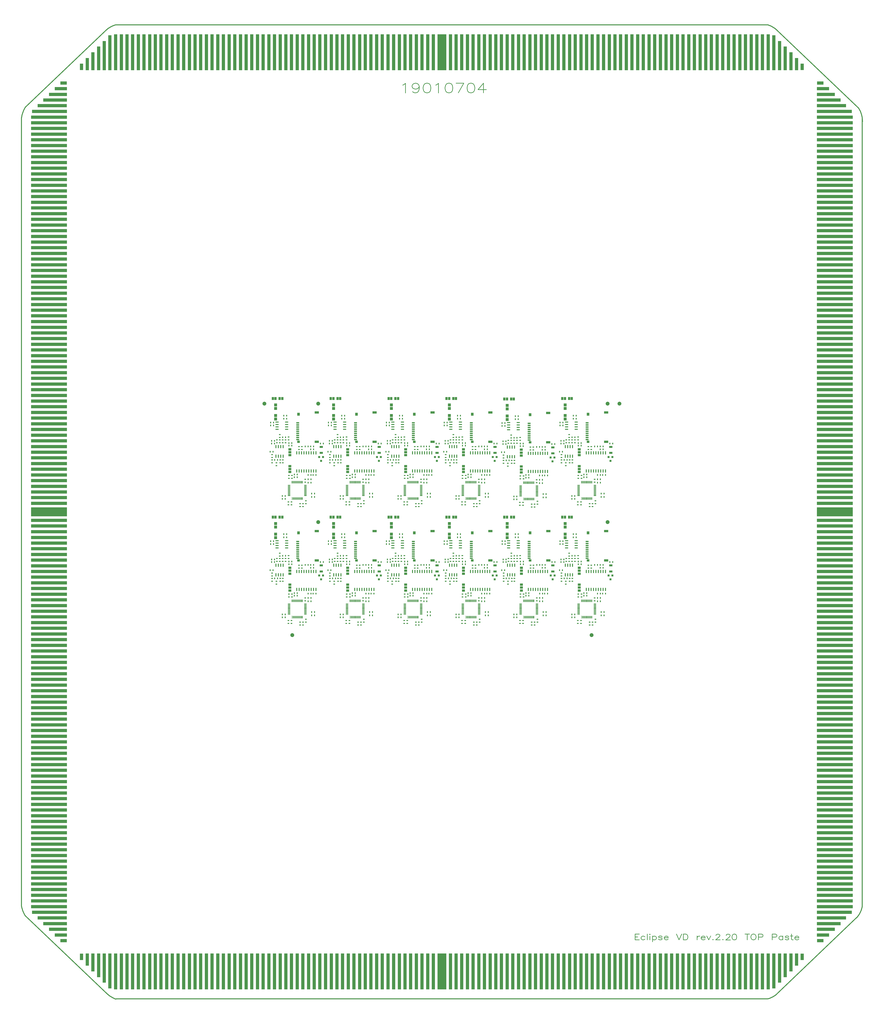
<source format=gbr>
G04 CAM Products 2000  RS274-X Output*
G04 Serial Number: 0000-00-00000*
G04 File Name:19010704_Eclipse_VD_R220_TOP_Paste.GBR *
%FSLAX34Y34*%
%MOIN*%
%SFA1B1*%

%IPPOS*%
%ADD10C,0.010000*%
%ADD11R,0.060000X0.175000*%
%ADD12O,0.060000X0.012000*%
%ADD13O,0.012000X0.060000*%
%ADD14O,0.024000X0.070000*%
%ADD15R,0.023000X0.035000*%
%ADD16R,0.040000X0.040000*%
%ADD17R,0.070000X0.040000*%
%ADD18R,0.012000X0.060000*%
%ADD19R,0.035000X0.023000*%
%ADD20O,0.070000X0.024000*%
%ADD21R,0.070000X0.024000*%
%ADD22C,0.080000*%
%ADD23R,0.024000X0.070000*%
%ADD24R,0.063000X0.137800*%
%ADD25R,0.102300X0.063000*%
%ADD26R,0.063000X0.027500*%
%ADD27R,0.055100X0.047200*%
%ADD28R,0.055100X0.063000*%
%ADD29R,0.086600X0.047200*%
%ADD30C,0.020000*%
%ADD31C,0.030000*%
%ADD32C,0.012000*%
%ADD33C,0.014000*%
%ADD35C,0.060000*%
%ADD36R,0.060000X0.060000*%
%ADD37R,0.060000X0.060000*%
%ADD38C,0.040000*%
%ADD39C,0.032000*%
%ADD40C,0.035000*%
%ADD42C,0.006000*%
%ADD45R,0.059000X0.061400*%
%ADD49O,0.056000X0.008000*%
%ADD50R,0.019000X0.031000*%
%ADD52O,0.059000X0.011000*%
%ADD53R,0.043700X0.059000*%
%ADD54O,0.011000X0.059000*%
%ADD55O,0.023000X0.069000*%
%ADD56R,0.022000X0.034000*%
%ADD57R,0.039000X0.039000*%
%ADD59R,0.069000X0.039000*%
%ADD64R,0.068000X0.183000*%
%ADD65O,0.068000X0.020000*%
%ADD66O,0.020000X0.068000*%
%ADD67O,0.032000X0.078000*%
%ADD68R,0.031000X0.043000*%
%ADD69R,0.048000X0.048000*%
%ADD70R,0.078000X0.048000*%
%ADD71R,0.020000X0.068000*%
%ADD72R,0.043000X0.031000*%
%ADD73O,0.078000X0.032000*%
%ADD74R,0.078000X0.032000*%
%ADD75C,0.160000*%
%ADD76R,0.032000X0.078000*%
%ADD77R,0.071000X0.145800*%
%ADD78R,0.110300X0.071000*%
%ADD79R,0.071000X0.035500*%
%ADD80R,0.063100X0.055200*%
%ADD81R,0.063100X0.071000*%
%ADD82R,0.094600X0.055200*%
%ADD83C,0.068000*%
%ADD84R,0.068000X0.068000*%
%ADD85R,0.068000X0.068000*%
%ADD86R,0.031000X0.019000*%
%ADD87O,0.020000X0.066000*%
%ADD88R,0.020000X0.066000*%
%ADD89O,0.008000X0.056000*%
%ADD90C,0.076000*%
%ADD91O,0.066000X0.020000*%
%ADD92R,0.011000X0.059000*%
%ADD93R,0.066000X0.020000*%
%ADD94R,0.066000X0.036000*%
%ADD95R,0.008000X0.056000*%
%ADD96R,0.036000X0.036000*%
%ADD97R,0.055100X0.027500*%
%ADD98R,0.070800X0.047200*%
%ADD99R,0.043200X0.066900*%
%ADD100R,0.034000X0.022000*%
%ADD101O,0.069000X0.023000*%
%ADD102R,0.069000X0.023000*%
%ADD103R,0.023000X0.069000*%
%ADD106R,0.062000X0.026500*%
%ADD107R,0.054100X0.046200*%
%ADD108R,0.054100X0.062000*%
%ADD109R,0.085600X0.046200*%
%ADD115R,0.062000X0.063400*%
%ADD117R,0.045600X0.062000*%
%ADD118R,0.059000X0.051300*%
%ADD246R,0.057000X0.050000*%
%ADD359R,0.138000X0.067000*%
%ADD360R,0.748000X0.067000*%
%ADD361R,0.256000X0.067000*%
%ADD362R,0.374000X0.067000*%
%ADD363R,0.492000X0.067000*%
%ADD364R,0.610000X0.067000*%
%ADD365R,0.728000X0.067000*%
%ADD366R,0.067000X0.748000*%
%ADD367R,0.067000X0.256000*%
%ADD368R,0.067000X0.138000*%
%ADD369R,0.067000X0.374000*%
%ADD370R,0.067000X0.492000*%
%ADD371R,0.067000X0.610000*%
%ADD372R,0.067000X0.728000*%
%LN19010704_Eclipse_VD_R220_TOP_Paste-1*%
%LPD*%
G54D30*
X-86740Y-83970D02*
X-69810Y-100110D01*
X-69740Y-100180*
X-69660Y-100250*
X-69580Y-100320*
X-69510Y-100380*
X-69430Y-100450*
X-69350Y-100510*
X-69270Y-100570*
X-69190Y-100630*
X-69100Y-100690*
X-69020Y-100740*
X-68940Y-100800*
X-68850Y-100850*
X-68760Y-100900*
X-68680Y-100950*
X-68590Y-101000*
X-68500Y-101050*
X-68410Y-101090*
X-68320Y-101140*
X-68230Y-101180*
X-68140Y-101220*
X-68040Y-101260*
X-67950Y-101300*
X-67850Y-101330*
X-67820Y-101280D02*
X67810D01*
X67910Y-101250*
X68000Y-101220*
X68100Y-101190*
X68190Y-101160*
X68280Y-101130*
X68370Y-101090*
X68460Y-101050*
X68550Y-101010*
X68640Y-100970*
X68730Y-100930*
X68820Y-100880*
X68910Y-100830*
X68990Y-100790*
X69080Y-100740*
X69160Y-100680*
X69240Y-100630*
X69320Y-100580*
X69410Y-100520*
X86330Y-84380*
X86370Y-84360D02*
X86430Y-84290D01*
X86490Y-84210*
X86550Y-84130*
X86610Y-84050*
X86670Y-83980*
X86730Y-83890*
X86780Y-83810*
X86840Y-83730*
X86890Y-83650*
X86940Y-83560*
X86990Y-83470*
X87030Y-83390*
X87080Y-83300*
X87120Y-83210*
X87160Y-83120*
X87200Y-83030*
X87240Y-82940*
X87270Y-82850*
X87300Y-82750*
X87340Y-82660*
X87360Y-82570*
X87390Y-82470*
X87420Y-82380*
X87440Y-82280*
X87460Y-82180*
X87480Y-82090*
X87500Y-81990*
Y81990*
X87470D02*
X87460Y82090D01*
X87440Y82190*
X87420Y82280*
X87400Y82380*
X87370Y82480*
X87350Y82580*
X87320Y82680*
X87290Y82770*
X87250Y82870*
X87220Y82960*
X87180Y83060*
X87150Y83150*
X87110Y83250*
X87070Y83340*
X87020Y83430*
X86980Y83520*
X86930Y83610*
X86880Y83700*
X86830Y83790*
X86780Y83870*
X86730Y83960*
X69800Y100100*
X69730Y100170*
X69650Y100240*
X69570Y100300*
X69490Y100370*
X69420Y100430*
X69340Y100490*
X69250Y100550*
X69170Y100610*
X69090Y100670*
X69000Y100720*
X68920Y100780*
X68830Y100830*
X68740Y100880*
X68650Y100930*
X68560Y100970*
X68470Y101020*
X68380Y101060*
X68290Y101100*
X68190Y101140*
X68100Y101180*
X68000Y101210*
X67910Y101250*
X67810Y101280*
X-67820*
X-67910Y101250*
X-68010Y101220*
X-68110Y101200*
X-68200Y101160*
X-68300Y101130*
X-68390Y101100*
X-68490Y101060*
X-68580Y101020*
X-68670Y100980*
X-68760Y100930*
X-68850Y100890*
X-68940Y100840*
X-69030Y100790*
X-69120Y100740*
X-69200Y100690*
X-69290Y100640*
X-69370Y100580*
X-69450Y100520*
X-69540Y100470*
X-69620Y100400*
X-69690Y100340*
X-69770Y100280*
X-86700Y84140*
X-86750Y84050*
X-86810Y83960*
X-86860Y83880*
X-86900Y83790*
X-86950Y83700*
X-86990Y83610*
X-87040Y83520*
X-87080Y83420*
X-87120Y83330*
X-87160Y83240*
X-87190Y83140*
X-87230Y83050*
X-87260Y82950*
X-87290Y82860*
X-87320Y82760*
X-87350Y82660*
X-87370Y82570*
X-87400Y82470*
X-87420Y82370*
X-87440Y82270*
X-87460Y82170*
X-87480Y82070*
X-87490Y81970*
X-87500Y81990D02*
Y-81990D01*
X-87480Y-82090*
X-87460Y-82190*
X-87440Y-82290*
X-87420Y-82390*
X-87390Y-82490*
X-87360Y-82580*
X-87330Y-82680*
X-87300Y-82780*
X-87270Y-82870*
X-87230Y-82970*
X-87200Y-83070*
X-87160Y-83160*
X-87120Y-83250*
X-87080Y-83350*
X-87030Y-83440*
X-86990Y-83530*
X-86940Y-83620*
X-86890Y-83710*
X-86840Y-83800*
X-86790Y-83890*
X-86740Y-83970*
X87540Y81180D02*
Y81280D01*
X87530Y81380*
Y81480*
X87520Y81580*
X87510Y81690*
X87500Y81790*
X87490Y81890*
X87470Y81990*
G54D359*
X-78740Y-89180D03*
X78740D03*
Y89170D03*
X-78740D03*
G54D360*
X-81790Y-82090D03*
Y-80910D03*
Y-79730D03*
Y-78550D03*
Y-77360D03*
Y-76180D03*
Y-75000D03*
Y-73820D03*
Y-72640D03*
Y-71460D03*
Y-70280D03*
Y-69100D03*
Y-67920D03*
Y-66730D03*
Y-65550D03*
Y-64370D03*
Y-63190D03*
Y-62010D03*
Y-60830D03*
Y-59650D03*
Y-58470D03*
Y-57290D03*
Y-56100D03*
Y-54920D03*
Y-53740D03*
Y-52560D03*
Y-51380D03*
Y-50200D03*
Y-49020D03*
Y-47840D03*
Y-46660D03*
Y-45470D03*
Y-44290D03*
Y-43110D03*
Y-41930D03*
Y-40750D03*
Y-39570D03*
Y-38390D03*
Y-37210D03*
Y-36030D03*
Y-34840D03*
Y-33660D03*
Y-32480D03*
Y-31300D03*
Y-30120D03*
Y-28940D03*
Y-27760D03*
Y-26580D03*
Y-25400D03*
Y-24210D03*
Y-23030D03*
Y-21850D03*
Y-20670D03*
Y-19490D03*
Y-18310D03*
Y-17130D03*
Y-15950D03*
Y-14770D03*
Y-13580D03*
Y-12400D03*
Y-11220D03*
Y-10040D03*
Y-8860D03*
Y-7680D03*
Y-6500D03*
Y-5320D03*
Y-4140D03*
Y-2950D03*
Y-1770D03*
Y-590D03*
Y0D03*
Y590D03*
Y1770D03*
Y2950D03*
Y4130D03*
Y5310D03*
Y6490D03*
Y7680D03*
Y8860D03*
Y10040D03*
Y11220D03*
Y12400D03*
Y13580D03*
Y14760D03*
Y15940D03*
Y17120D03*
Y18310D03*
Y19490D03*
Y20670D03*
Y21850D03*
Y23030D03*
Y24210D03*
Y25390D03*
Y26570D03*
Y27750D03*
Y28940D03*
Y30120D03*
Y31300D03*
Y32480D03*
Y33660D03*
Y34840D03*
Y36020D03*
Y37200D03*
Y38380D03*
Y39570D03*
Y40750D03*
Y41930D03*
Y43110D03*
Y44290D03*
Y45470D03*
Y46650D03*
Y47830D03*
Y49010D03*
Y50200D03*
Y51380D03*
Y52560D03*
Y53740D03*
Y54920D03*
Y56100D03*
Y57280D03*
Y58460D03*
Y59640D03*
Y60820D03*
Y62010D03*
Y63190D03*
Y64370D03*
Y65550D03*
Y66730D03*
Y67910D03*
Y69090D03*
Y70270D03*
Y71450D03*
Y72640D03*
Y73820D03*
Y75000D03*
Y76180D03*
Y77360D03*
Y78540D03*
Y79720D03*
Y80900D03*
Y82080D03*
X81790Y-79730D03*
Y-80910D03*
Y-82090D03*
Y-78550D03*
Y-77360D03*
Y-76180D03*
Y-75000D03*
Y-73820D03*
Y-72640D03*
Y-71460D03*
Y-70280D03*
Y-69100D03*
Y-67920D03*
Y-66730D03*
Y-65550D03*
Y-64370D03*
Y-63190D03*
Y-62010D03*
Y-60830D03*
Y-59650D03*
Y-58470D03*
Y-57290D03*
Y-56100D03*
Y-54920D03*
Y-53740D03*
Y-52560D03*
Y-51380D03*
Y-50200D03*
Y-49020D03*
Y-47840D03*
Y-46660D03*
Y-45470D03*
Y-44290D03*
Y-43110D03*
Y-41930D03*
Y-40750D03*
Y-39570D03*
Y-38390D03*
Y-37210D03*
Y-36030D03*
Y-34840D03*
Y-33660D03*
Y-32480D03*
Y-31300D03*
Y-30120D03*
Y-28940D03*
Y-27760D03*
Y-26580D03*
Y-25400D03*
Y-24210D03*
Y-23030D03*
Y-21850D03*
Y-20670D03*
Y-19490D03*
Y-18310D03*
Y-17130D03*
Y-15950D03*
Y-14770D03*
Y-13580D03*
Y-12400D03*
Y-11220D03*
Y-10040D03*
Y-8860D03*
Y-7680D03*
Y-6500D03*
Y-5320D03*
Y-4140D03*
Y-2950D03*
Y-1770D03*
Y-590D03*
Y0D03*
Y590D03*
Y1770D03*
Y2950D03*
Y4130D03*
Y5310D03*
Y6490D03*
Y7680D03*
Y8860D03*
Y10040D03*
Y11220D03*
Y12400D03*
Y13580D03*
Y14760D03*
Y15940D03*
Y17120D03*
Y18310D03*
Y19490D03*
Y20670D03*
Y21850D03*
Y23030D03*
Y24210D03*
Y25390D03*
Y26570D03*
Y27750D03*
Y28940D03*
Y30120D03*
Y31300D03*
Y32480D03*
Y33660D03*
Y34840D03*
Y36020D03*
Y37200D03*
Y38380D03*
Y39570D03*
Y40750D03*
Y41930D03*
Y43110D03*
Y44290D03*
Y45470D03*
Y46650D03*
Y47830D03*
Y49010D03*
Y50200D03*
Y51380D03*
Y52560D03*
Y53740D03*
Y54920D03*
Y56100D03*
Y57280D03*
Y58460D03*
Y59640D03*
Y60820D03*
Y62010D03*
Y63190D03*
Y64370D03*
Y65550D03*
Y66730D03*
Y67910D03*
Y69090D03*
Y70270D03*
Y71450D03*
Y72640D03*
Y73820D03*
Y75000D03*
Y76180D03*
Y77360D03*
Y78540D03*
Y79720D03*
Y80900D03*
Y82080D03*
G54D361*
X-79330Y-87990D03*
X79330D03*
Y87990D03*
X-79330D03*
G54D362*
X-79920Y-86810D03*
X79920D03*
Y86810D03*
X-79920D03*
G54D363*
X-80510Y-85630D03*
X80510D03*
Y85630D03*
X-80510D03*
G54D364*
X-81100Y-84450D03*
X81100D03*
Y84450D03*
X-81100D03*
G54D365*
X-81690Y-83270D03*
X81690D03*
Y83270D03*
X-81690D03*
G54D366*
X-67920Y-95570D03*
X-66730D03*
X-65550D03*
X-64370D03*
X-63190D03*
X-62010D03*
X-60830D03*
X-59650D03*
X-58470D03*
X-57290D03*
X-56100D03*
X-54920D03*
X-53740D03*
X-52560D03*
X-51380D03*
X-50200D03*
X-49020D03*
X-47840D03*
X-46660D03*
X-45470D03*
X-44290D03*
X-43110D03*
X-41930D03*
X-40750D03*
X-39570D03*
X-38390D03*
X-37210D03*
X-36030D03*
X-34840D03*
X-33660D03*
X-32480D03*
X-31300D03*
X-30120D03*
X-28940D03*
X-27760D03*
X-26580D03*
X-25400D03*
X-24210D03*
X-23030D03*
X-21850D03*
X-20670D03*
X-19490D03*
X-18310D03*
X-17130D03*
X-15950D03*
X-14770D03*
X-13580D03*
X-12400D03*
X-11220D03*
X-10040D03*
X-8860D03*
X-7680D03*
X-6500D03*
X-5320D03*
X-4140D03*
X-2950D03*
X-1770D03*
X-590D03*
X0D03*
X590D03*
X1770D03*
X2950D03*
X4130D03*
X5310D03*
X6490D03*
X7680D03*
X8860D03*
X10040D03*
X11220D03*
X12400D03*
X13580D03*
X14760D03*
X15940D03*
X17120D03*
X18310D03*
X19490D03*
X20670D03*
X21850D03*
X23030D03*
X24210D03*
X25390D03*
X26570D03*
X27750D03*
X28940D03*
X30120D03*
X31300D03*
X32480D03*
X33660D03*
X34840D03*
X36020D03*
X37200D03*
X38380D03*
X39560D03*
X40750D03*
X41930D03*
X43110D03*
X44290D03*
X45470D03*
X46650D03*
X47830D03*
X49010D03*
X50190D03*
X51380D03*
X52560D03*
X53740D03*
X54920D03*
X56100D03*
X57280D03*
X58460D03*
X59640D03*
X60820D03*
X62010D03*
X63190D03*
X64370D03*
X65550D03*
X66730D03*
X67910D03*
Y95570D03*
X66730D03*
X65550D03*
X64370D03*
X63190D03*
X62010D03*
X60820D03*
X59640D03*
X58460D03*
X57280D03*
X56100D03*
X54920D03*
X53740D03*
X52560D03*
X51380D03*
X50190D03*
X49010D03*
X47830D03*
X46650D03*
X45470D03*
X44290D03*
X43110D03*
X41930D03*
X40750D03*
X39560D03*
X38380D03*
X37200D03*
X36020D03*
X34840D03*
X33660D03*
X32480D03*
X31300D03*
X30120D03*
X28940D03*
X27750D03*
X26570D03*
X25390D03*
X24210D03*
X23030D03*
X21850D03*
X20670D03*
X19490D03*
X18310D03*
X17120D03*
X15940D03*
X14760D03*
X13580D03*
X12400D03*
X11220D03*
X10040D03*
X8860D03*
X7680D03*
X6490D03*
X5310D03*
X4130D03*
X2950D03*
X1770D03*
X590D03*
X0D03*
X-590D03*
X-1770D03*
X-2950D03*
X-4140D03*
X-5320D03*
X-6500D03*
X-7680D03*
X-8860D03*
X-10040D03*
X-11220D03*
X-12400D03*
X-13580D03*
X-14770D03*
X-15950D03*
X-17130D03*
X-18310D03*
X-19490D03*
X-20670D03*
X-21850D03*
X-23030D03*
X-24210D03*
X-25400D03*
X-26580D03*
X-27760D03*
X-28940D03*
X-30120D03*
X-31300D03*
X-32480D03*
X-33660D03*
X-34840D03*
X-36030D03*
X-37210D03*
X-38390D03*
X-39570D03*
X-40750D03*
X-41930D03*
X-43110D03*
X-44290D03*
X-45470D03*
X-46660D03*
X-47840D03*
X-49020D03*
X-50200D03*
X-51380D03*
X-52560D03*
X-53740D03*
X-54920D03*
X-56100D03*
X-57290D03*
X-58470D03*
X-59650D03*
X-60830D03*
X-62010D03*
X-63190D03*
X-64370D03*
X-65550D03*
X-66730D03*
X-67920D03*
G54D367*
X-73820Y-93110D03*
X73820D03*
Y93110D03*
X-73820D03*
G54D368*
X-75000Y-92520D03*
X75000D03*
Y92520D03*
X-75000D03*
G54D369*
X-72640Y-93700D03*
X72640D03*
Y93700D03*
X-72640D03*
G54D370*
X-71460Y-94290D03*
X71450D03*
Y94290D03*
X-71460D03*
G54D371*
X-70280Y-94880D03*
X70270D03*
Y94880D03*
X-70280D03*
G54D372*
X-69100Y-95470D03*
X69090D03*
Y95470D03*
X-69100D03*
G54D32*
X40203Y-87812D02*
Y-89012D01*
Y-87812D02*
X41095D01*
X40203Y-88384D02*
X40752D01*
X40203Y-89012D02*
X41095D01*
X42261Y-88384D02*
X42123Y-88270D01*
X41986Y-88222*
X41781*
X41643Y-88270*
X41506Y-88384*
X41438Y-88555*
Y-88670*
X41506Y-88841*
X41643Y-88955*
X41781Y-89003*
X41986*
X42123Y-88955*
X42261Y-88841*
X42741Y-87812D02*
Y-89012D01*
X43221Y-87870D02*
X43289Y-87927D01*
X43358Y-87870*
X43289Y-87812*
X43221Y-87870*
X43289Y-88270D02*
Y-89012D01*
X43838Y-88212D02*
Y-89412D01*
Y-88384D02*
X43975Y-88270D01*
X44112Y-88222*
X44318*
X44455Y-88270*
X44592Y-88384*
X44661Y-88555*
Y-88670*
X44592Y-88841*
X44455Y-88955*
X44318Y-89003*
X44112*
X43975Y-88955*
X43838Y-88841*
X45826Y-88384D02*
X45769Y-88270D01*
X45564Y-88212*
X45358*
X45152Y-88270*
X45095Y-88384*
X45152Y-88498*
X45289Y-88545*
X45632Y-88603*
X45769Y-88650*
X45826Y-88764*
Y-88821*
X45769Y-88936*
X45564Y-88993*
X45358*
X45152Y-88936*
X45095Y-88821*
X46261Y-88555D02*
X47084D01*
Y-88441*
X47027Y-88327*
X46959Y-88270*
X46822Y-88222*
X46616*
X46479Y-88270*
X46342Y-88384*
X46273Y-88555*
Y-88670*
X46342Y-88841*
X46479Y-88955*
X46616Y-89003*
X46822*
X46959Y-88955*
X47096Y-88841*
X48810Y-87812D02*
X49359Y-89012D01*
X49907Y-87812D02*
X49359Y-89012D01*
X50250Y-87812D02*
Y-89012D01*
Y-87812D02*
X50730D01*
X50936Y-87870*
X51073Y-87984*
X51130Y-88098*
X51198Y-88270*
Y-88555*
X51130Y-88727*
X51073Y-88841*
X50936Y-88955*
X50730Y-89012*
X50250*
X53130Y-88212D02*
Y-89012D01*
Y-88555D02*
X53199Y-88384D01*
X53336Y-88270*
X53473Y-88222*
X53679*
X53953Y-88555D02*
X54776D01*
Y-88441*
X54719Y-88327*
X54650Y-88270*
X54513Y-88222*
X54308*
X54170Y-88270*
X54033Y-88384*
X53965Y-88555*
Y-88670*
X54033Y-88841*
X54170Y-88955*
X54308Y-89003*
X54513*
X54650Y-88955*
X54788Y-88841*
X55130Y-88212D02*
X55542Y-89012D01*
X55953Y-88212D02*
X55542Y-89012D01*
X56433Y-88898D02*
X56365Y-88955D01*
X56433Y-89012*
X56502Y-88955*
X56433Y-88898*
X58479D02*
X58410Y-88955D01*
X58479Y-89012*
X58547Y-88955*
X58479Y-88898*
X60810Y-87812D02*
X60604Y-87870D01*
X60467Y-88041*
X60399Y-88327*
Y-88498*
X60467Y-88784*
X60604Y-88955*
X60810Y-89012*
X60947*
X61153Y-88955*
X61290Y-88784*
X61359Y-88498*
Y-88327*
X61290Y-88041*
X61153Y-87870*
X60947Y-87812*
X60810*
X63553D02*
Y-89012D01*
X63073Y-87812D02*
X64033D01*
X64719D02*
X64582Y-87860D01*
X64444Y-87974*
X64388Y-88088*
X64319Y-88260*
Y-88545*
X64388Y-88717*
X64444Y-88831*
X64582Y-88945*
X64719Y-88993*
X64993*
X65130Y-88945*
X65267Y-88831*
X65324Y-88717*
X65393Y-88545*
Y-88260*
X65324Y-88088*
X65267Y-87974*
X65130Y-87860*
X64993Y-87812*
X64719*
X65884D02*
Y-89012D01*
Y-87812D02*
X66502D01*
X66707Y-87870*
X66776Y-87927*
X66833Y-88041*
Y-88212*
X66776Y-88327*
X66707Y-88384*
X66502Y-88441*
X65884*
X68764Y-87812D02*
Y-89012D01*
Y-87812D02*
X69382D01*
X69587Y-87870*
X69656Y-87927*
X69713Y-88041*
Y-88212*
X69656Y-88327*
X69587Y-88384*
X69382Y-88441*
X68764*
X70959Y-88212D02*
Y-89012D01*
Y-88384D02*
X70822Y-88270D01*
X70684Y-88222*
X70479*
X70342Y-88270*
X70204Y-88384*
X70136Y-88555*
Y-88670*
X70204Y-88841*
X70342Y-88955*
X70479Y-89003*
X70684*
X70822Y-88955*
X70959Y-88841*
X72193Y-88384D02*
X72136Y-88270D01*
X71930Y-88212*
X71725*
X71519Y-88270*
X71462Y-88384*
X71519Y-88498*
X71656Y-88545*
X71999Y-88603*
X72136Y-88650*
X72193Y-88764*
Y-88821*
X72136Y-88936*
X71930Y-88993*
X71725*
X71519Y-88936*
X71462Y-88821*
X72765Y-87812D02*
Y-88784D01*
X72834Y-88955*
X72971Y-89003*
X73108*
X72559Y-88203D02*
X73039D01*
X73451Y-88555D02*
X74274D01*
Y-88441*
X74217Y-88327*
X74148Y-88270*
X74011Y-88222*
X73805*
X73668Y-88270*
X73531Y-88384*
X73463Y-88555*
Y-88670*
X73531Y-88841*
X73668Y-88955*
X73805Y-89003*
X74011*
X74148Y-88955*
X74285Y-88841*
X57050Y-88098D02*
Y-88041D01*
X57107Y-87927*
X57176Y-87870*
X57313Y-87822*
X57587*
X57724Y-87870*
X57793Y-87927*
X57850Y-88041*
Y-88155*
X57793Y-88270*
X57656Y-88441*
X56970Y-89012*
X57930*
X59176Y-88108D02*
Y-88051D01*
X59233Y-87937*
X59302Y-87880*
X59439Y-87832*
X59713*
X59850Y-87880*
X59919Y-87937*
X59976Y-88051*
Y-88165*
X59919Y-88280*
X59782Y-88451*
X59096Y-89022*
X60056*
X-8155Y88748D02*
X-7926Y88827D01*
X-7584Y89112*
Y87112*
X-4726Y88462D02*
X-4841Y88176D01*
X-5069Y87986*
X-5412Y87890*
X-5526*
X-5869Y87986*
X-6098Y88176*
X-6212Y88462*
Y88557*
X-6098Y88843*
X-5869Y89033*
X-5526Y89129*
X-5412*
X-5069Y89033*
X-4841Y88843*
X-4726Y88462*
Y87986*
X-4841Y87510*
X-5069Y87224*
X-5412Y87129*
X-5641*
X-5984Y87224*
X-6078Y87414*
X-3221Y89129D02*
X-3564Y89033D01*
X-3793Y88748*
X-3907Y88271*
Y87986*
X-3793Y87510*
X-3564Y87224*
X-3221Y87129*
X-2993*
X-2650Y87224*
X-2421Y87510*
X-2307Y87986*
Y88271*
X-2421Y88748*
X-2650Y89033*
X-2993Y89129*
X-3221*
X-1278Y88748D02*
X-1050Y88827D01*
X-707Y89112*
Y87112*
X1350Y89129D02*
X1007Y89033D01*
X779Y88748*
X665Y88271*
Y87986*
X779Y87510*
X1007Y87224*
X1350Y87129*
X1579*
X1922Y87224*
X2150Y87510*
X2265Y87986*
Y88271*
X2150Y88748*
X1922Y89033*
X1579Y89129*
X1350Y89129*
X4550D02*
X3407Y87129D01*
X2950Y89129D02*
X4550D01*
X5922Y89129D02*
X5579Y89033D01*
X5350Y88748*
X5236Y88271*
Y87986*
X5350Y87510*
X5579Y87224*
X5922Y87129*
X6150*
X6493Y87224*
X6722Y87510*
X6836Y87986*
Y88271*
X6722Y88748*
X6493Y89033*
X6150Y89129*
X5922Y89129*
X8665Y89129D02*
X7522Y87795D01*
X9236*
X8665Y89129D02*
Y87129D01*
G54D22*
X-25748Y-2149D03*
G54D52*
X-28398Y-19527D03*
Y-19724D03*
X-31798Y-20905D03*
Y-20708D03*
Y-20314D03*
Y-20117D03*
Y-19921D03*
X-28398Y-21102D03*
Y-19330D03*
Y-19133D03*
X-31798D03*
Y-19330D03*
Y-19527D03*
Y-19724D03*
Y-21102D03*
Y-21299D03*
X-28398Y-19921D03*
Y-20117D03*
Y-20905D03*
Y-20708D03*
Y-20511D03*
Y-20314D03*
Y-21299D03*
X-31798Y-20511D03*
G54D54*
X-29229Y-21899D03*
X-30410Y-18499D03*
X-29426Y-21899D03*
X-30607Y-18499D03*
X-30410Y-21899D03*
X-30213D03*
X-31001D03*
X-30804D03*
X-30607D03*
X-30016D03*
X-29820D03*
X-29623D03*
X-29032Y-18499D03*
X-30016D03*
X-30213D03*
X-30804D03*
X-31001D03*
X-31198D03*
X-29032Y-21899D03*
X-29229Y-18499D03*
X-29426D03*
X-29623D03*
X-29820D03*
G54D55*
X-30198Y-16149D03*
X-26198D03*
X-34048Y-11099D03*
Y-13099D03*
X-33548D03*
X-33048D03*
Y-11099D03*
X-33548D03*
X-34548D03*
X-26698Y-12399D03*
X-27198D03*
X-27698D03*
X-28198D03*
X-28698D03*
X-29198D03*
X-29698D03*
X-30198D03*
X-29698Y-16149D03*
X-29198D03*
X-28698D03*
X-28198D03*
X-27698D03*
X-27198D03*
X-26698D03*
G54D56*
X-30098Y-16899D03*
Y-17449D03*
X-26198Y-16999D03*
X-24683Y-10449D03*
X-35448Y-9899D03*
X-34848D03*
X-35448Y-10449D03*
X-34848D03*
X-35748Y-12149D03*
X-35148D03*
X-35648Y-6099D03*
X-35048D03*
X-32298Y-5299D03*
X-32898D03*
X-35648Y-6699D03*
X-35048D03*
X-30698Y-17449D03*
X-27848Y-18599D03*
X-27248D03*
X-30698Y-16899D03*
X-32598Y-21949D03*
X-33198D03*
X-32298Y-4649D03*
X-32898D03*
X-33198Y-21349D03*
X-32598D03*
X-27248Y-17899D03*
X-27848D03*
Y-11049D03*
X-26498Y-21549D03*
X-27098D03*
Y-20849D03*
X-26498D03*
X-31248Y-10899D03*
X-31848D03*
Y-10349D03*
X-31248D03*
X-32548Y-9149D03*
X-33148D03*
X-34798Y-13849D03*
X-34198D03*
X-25283Y-10449D03*
X-28448Y-11049D03*
X-27248Y-16999D03*
X-27848D03*
X-26698Y-11649D03*
X-27298D03*
Y-11049D03*
X-26698D03*
X-26798Y-16999D03*
G54D57*
X-25548Y-13249D03*
X-25148Y-14049D03*
X-24748Y-13249D03*
G54D59*
X-25098Y-11149D03*
Y-12399D03*
G54D92*
X-31198Y-21899D03*
G54D100*
X-33748Y-9199D03*
Y-8599D03*
X-33098Y-14449D03*
Y-13849D03*
X-33648Y-14449D03*
Y-13849D03*
X-35348Y-13349D03*
Y-12749D03*
X-31898Y-9699D03*
Y-9099D03*
X-33148Y-10299D03*
Y-9699D03*
X-31198Y-17699D03*
Y-17099D03*
X-29498Y-22949D03*
Y-23549D03*
X-31298Y-22599D03*
Y-23199D03*
X-29748Y-11699D03*
Y-11099D03*
X-28448Y-18499D03*
Y-17899D03*
X-31948Y-22599D03*
Y-23199D03*
X-28898Y-22949D03*
Y-23549D03*
X-32548Y-9699D03*
Y-10299D03*
X-31848Y-17099D03*
Y-17699D03*
X-34348Y-10299D03*
Y-9699D03*
X-33748Y-10299D03*
Y-9699D03*
X-35348Y-13849D03*
Y-14449D03*
X-34448D03*
Y-15049D03*
X-28298Y-22949D03*
Y-22349D03*
X-29148Y-11099D03*
Y-11699D03*
G54D101*
X-32298Y-5999D03*
Y-6999D03*
Y-7499D03*
X-34298D03*
Y-6999D03*
Y-6499D03*
X-32298D03*
G54D102*
X-34298Y-5999D03*
G54D103*
X-34548Y-13099D03*
X-26198Y-12399D03*
G54D106*
X-30031Y-9627D03*
Y-6596D03*
Y-7029D03*
Y-6163D03*
Y-7895D03*
Y-8761D03*
Y-8328D03*
Y-7462D03*
Y-9194D03*
G54D107*
X-29835Y-10100D03*
G54D108*
X-29835Y-4352D03*
G54D109*
X-26055Y-10100D03*
Y-3997D03*
G54D118*
X-31648Y-16363D03*
X-31648Y-15749D03*
Y-15136D03*
X-31648Y-12863D03*
X-31648Y-12249D03*
Y-11636D03*
G54D117*
X-35197Y-1099D03*
X-34640Y-1099D03*
X-33777Y-1099D03*
X-33220Y-1099D03*
G54D115*
X-34598Y-4632D03*
X-34599Y-5366D03*
X-34598Y-2422D03*
X-34599Y-3156D03*
G54D52*
X-16348Y-19527D03*
Y-19724D03*
X-19748Y-20905D03*
Y-20708D03*
Y-20314D03*
Y-20117D03*
Y-19921D03*
X-16348Y-21102D03*
Y-19330D03*
Y-19133D03*
X-19748D03*
Y-19330D03*
Y-19527D03*
Y-19724D03*
Y-21102D03*
Y-21299D03*
X-16348Y-19921D03*
Y-20117D03*
Y-20905D03*
Y-20708D03*
Y-20511D03*
Y-20314D03*
Y-21299D03*
X-19748Y-20511D03*
G54D54*
X-17179Y-21899D03*
X-18360Y-18499D03*
X-17376Y-21899D03*
X-18557Y-18499D03*
X-18360Y-21899D03*
X-18163D03*
X-18951D03*
X-18754D03*
X-18557D03*
X-17966D03*
X-17770D03*
X-17573D03*
X-16982Y-18499D03*
X-17966D03*
X-18163D03*
X-18754D03*
X-18951D03*
X-19148D03*
X-16982Y-21899D03*
X-17179Y-18499D03*
X-17376D03*
X-17573D03*
X-17770D03*
G54D55*
X-18148Y-16149D03*
X-14148D03*
X-21998Y-11099D03*
Y-13099D03*
X-21498D03*
X-20998D03*
Y-11099D03*
X-21498D03*
X-22498D03*
X-14648Y-12399D03*
X-15148D03*
X-15648D03*
X-16148D03*
X-16648D03*
X-17148D03*
X-17648D03*
X-18148D03*
X-17648Y-16149D03*
X-17148D03*
X-16648D03*
X-16148D03*
X-15648D03*
X-15148D03*
X-14648D03*
G54D56*
X-18048Y-16899D03*
Y-17449D03*
X-14148Y-16999D03*
X-12633Y-10449D03*
X-23398Y-9899D03*
X-22798D03*
X-23398Y-10449D03*
X-22798D03*
X-23698Y-12149D03*
X-23098D03*
X-23598Y-6099D03*
X-22998D03*
X-20248Y-5299D03*
X-20848D03*
X-23598Y-6699D03*
X-22998D03*
X-18648Y-17449D03*
X-15798Y-18599D03*
X-15198D03*
X-18648Y-16899D03*
X-20548Y-21949D03*
X-21148D03*
X-20248Y-4649D03*
X-20848D03*
X-21148Y-21349D03*
X-20548D03*
X-15198Y-17899D03*
X-15798D03*
Y-11049D03*
X-14448Y-21549D03*
X-15048D03*
Y-20849D03*
X-14448D03*
X-19198Y-10899D03*
X-19798D03*
Y-10349D03*
X-19198D03*
X-20498Y-9149D03*
X-21098D03*
X-22748Y-13849D03*
X-22148D03*
X-13233Y-10449D03*
X-16398Y-11049D03*
X-15198Y-16999D03*
X-15798D03*
X-14648Y-11649D03*
X-15248D03*
Y-11049D03*
X-14648D03*
X-14748Y-16999D03*
G54D57*
X-13498Y-13249D03*
X-13098Y-14049D03*
X-12698Y-13249D03*
G54D59*
X-13048Y-11149D03*
Y-12399D03*
G54D92*
X-19148Y-21899D03*
G54D100*
X-21698Y-9199D03*
Y-8599D03*
X-21048Y-14449D03*
Y-13849D03*
X-21598Y-14449D03*
Y-13849D03*
X-23298Y-13349D03*
Y-12749D03*
X-19848Y-9699D03*
Y-9099D03*
X-21098Y-10299D03*
Y-9699D03*
X-19148Y-17699D03*
Y-17099D03*
X-17448Y-22949D03*
Y-23549D03*
X-19248Y-22599D03*
Y-23199D03*
X-17698Y-11699D03*
Y-11099D03*
X-16398Y-18499D03*
Y-17899D03*
X-19898Y-22599D03*
Y-23199D03*
X-16848Y-22949D03*
Y-23549D03*
X-20498Y-9699D03*
Y-10299D03*
X-19798Y-17099D03*
Y-17699D03*
X-22298Y-10299D03*
Y-9699D03*
X-21698Y-10299D03*
Y-9699D03*
X-23298Y-13849D03*
Y-14449D03*
X-22398D03*
Y-15049D03*
X-16248Y-22949D03*
Y-22349D03*
X-17098Y-11099D03*
Y-11699D03*
G54D101*
X-20248Y-5999D03*
Y-6999D03*
Y-7499D03*
X-22248D03*
Y-6999D03*
Y-6499D03*
X-20248D03*
G54D102*
X-22248Y-5999D03*
G54D103*
X-22498Y-13099D03*
X-14148Y-12399D03*
G54D106*
X-17981Y-9627D03*
Y-6596D03*
Y-7029D03*
Y-6163D03*
Y-7895D03*
Y-8761D03*
Y-8328D03*
Y-7462D03*
Y-9194D03*
G54D107*
X-17785Y-10100D03*
G54D108*
X-17785Y-4352D03*
G54D109*
X-14005Y-10100D03*
Y-3997D03*
G54D118*
X-19598Y-16363D03*
X-19598Y-15749D03*
Y-15136D03*
X-19598Y-12863D03*
X-19598Y-12249D03*
Y-11636D03*
G54D117*
X-23147Y-1099D03*
X-22590Y-1099D03*
X-21727Y-1099D03*
X-21170Y-1099D03*
G54D115*
X-22548Y-4632D03*
X-22549Y-5366D03*
X-22548Y-2422D03*
X-22549Y-3156D03*
G54D52*
X-4299Y-19527D03*
Y-19724D03*
X-7699Y-20905D03*
Y-20708D03*
Y-20314D03*
Y-20117D03*
Y-19921D03*
X-4299Y-21102D03*
Y-19330D03*
Y-19133D03*
X-7699D03*
Y-19330D03*
Y-19527D03*
Y-19724D03*
Y-21102D03*
Y-21299D03*
X-4299Y-19921D03*
Y-20117D03*
Y-20905D03*
Y-20708D03*
Y-20511D03*
Y-20314D03*
Y-21299D03*
X-7699Y-20511D03*
G54D54*
X-5130Y-21899D03*
X-6311Y-18499D03*
X-5327Y-21899D03*
X-6508Y-18499D03*
X-6311Y-21899D03*
X-6114D03*
X-6902D03*
X-6705D03*
X-6508D03*
X-5917D03*
X-5721D03*
X-5524D03*
X-4933Y-18499D03*
X-5917D03*
X-6114D03*
X-6705D03*
X-6902D03*
X-7099D03*
X-4933Y-21899D03*
X-5130Y-18499D03*
X-5327D03*
X-5524D03*
X-5721D03*
G54D55*
X-6099Y-16149D03*
X-2099D03*
X-9949Y-11099D03*
Y-13099D03*
X-9449D03*
X-8949D03*
Y-11099D03*
X-9449D03*
X-10449D03*
X-2599Y-12399D03*
X-3099D03*
X-3599D03*
X-4099D03*
X-4599D03*
X-5099D03*
X-5599D03*
X-6099D03*
X-5599Y-16149D03*
X-5099D03*
X-4599D03*
X-4099D03*
X-3599D03*
X-3099D03*
X-2599D03*
G54D56*
X-5999Y-16899D03*
Y-17449D03*
X-2099Y-16999D03*
X-584Y-10449D03*
X-11349Y-9899D03*
X-10749D03*
X-11349Y-10449D03*
X-10749D03*
X-11649Y-12149D03*
X-11049D03*
X-11549Y-6099D03*
X-10949D03*
X-8199Y-5299D03*
X-8799D03*
X-11549Y-6699D03*
X-10949D03*
X-6599Y-17449D03*
X-3749Y-18599D03*
X-3149D03*
X-6599Y-16899D03*
X-8499Y-21949D03*
X-9099D03*
X-8199Y-4649D03*
X-8799D03*
X-9099Y-21349D03*
X-8499D03*
X-3149Y-17899D03*
X-3749D03*
Y-11049D03*
X-2399Y-21549D03*
X-2999D03*
Y-20849D03*
X-2399D03*
X-7149Y-10899D03*
X-7749D03*
Y-10349D03*
X-7149D03*
X-8449Y-9149D03*
X-9049D03*
X-10699Y-13849D03*
X-10099D03*
X-1184Y-10449D03*
X-4349Y-11049D03*
X-3149Y-16999D03*
X-3749D03*
X-2599Y-11649D03*
X-3199D03*
Y-11049D03*
X-2599D03*
X-2699Y-16999D03*
G54D57*
X-1449Y-13249D03*
X-1049Y-14049D03*
X-649Y-13249D03*
G54D59*
X-999Y-11149D03*
Y-12399D03*
G54D92*
X-7099Y-21899D03*
G54D100*
X-9649Y-9199D03*
Y-8599D03*
X-8999Y-14449D03*
Y-13849D03*
X-9549Y-14449D03*
Y-13849D03*
X-11249Y-13349D03*
Y-12749D03*
X-7799Y-9699D03*
Y-9099D03*
X-9049Y-10299D03*
Y-9699D03*
X-7099Y-17699D03*
Y-17099D03*
X-5399Y-22949D03*
Y-23549D03*
X-7199Y-22599D03*
Y-23199D03*
X-5649Y-11699D03*
Y-11099D03*
X-4349Y-18499D03*
Y-17899D03*
X-7849Y-22599D03*
Y-23199D03*
X-4799Y-22949D03*
Y-23549D03*
X-8449Y-9699D03*
Y-10299D03*
X-7749Y-17099D03*
Y-17699D03*
X-10249Y-10299D03*
Y-9699D03*
X-9649Y-10299D03*
Y-9699D03*
X-11249Y-13849D03*
Y-14449D03*
X-10349D03*
Y-15049D03*
X-4199Y-22949D03*
Y-22349D03*
X-5049Y-11099D03*
Y-11699D03*
G54D101*
X-8199Y-5999D03*
Y-6999D03*
Y-7499D03*
X-10199D03*
Y-6999D03*
Y-6499D03*
X-8199D03*
G54D102*
X-10199Y-5999D03*
G54D103*
X-10449Y-13099D03*
X-2099Y-12399D03*
G54D106*
X-5932Y-9627D03*
Y-6596D03*
Y-7029D03*
Y-6163D03*
Y-7895D03*
Y-8761D03*
Y-8328D03*
Y-7462D03*
Y-9194D03*
G54D107*
X-5736Y-10100D03*
G54D108*
X-5736Y-4352D03*
G54D109*
X-1956Y-10100D03*
Y-3997D03*
G54D118*
X-7548Y-16363D03*
X-7549Y-15749D03*
Y-15136D03*
X-7548Y-12863D03*
X-7549Y-12249D03*
Y-11636D03*
G54D117*
X-11097Y-1099D03*
X-10540Y-1099D03*
X-9677Y-1099D03*
X-9120Y-1099D03*
G54D115*
X-10499Y-4632D03*
X-10499Y-5366D03*
X-10499Y-2422D03*
X-10499Y-3156D03*
G54D52*
X7750Y-19527D03*
Y-19724D03*
X4350Y-20905D03*
Y-20708D03*
Y-20314D03*
Y-20117D03*
Y-19921D03*
X7750Y-21102D03*
Y-19330D03*
Y-19133D03*
X4350D03*
Y-19330D03*
Y-19527D03*
Y-19724D03*
Y-21102D03*
Y-21299D03*
X7750Y-19921D03*
Y-20117D03*
Y-20905D03*
Y-20708D03*
Y-20511D03*
Y-20314D03*
Y-21299D03*
X4350Y-20511D03*
G54D54*
X6919Y-21899D03*
X5738Y-18499D03*
X6722Y-21899D03*
X5541Y-18499D03*
X5738Y-21899D03*
X5935D03*
X5147D03*
X5344D03*
X5541D03*
X6132D03*
X6328D03*
X6525D03*
X7116Y-18499D03*
X6132D03*
X5935D03*
X5344D03*
X5147D03*
X4950D03*
X7116Y-21899D03*
X6919Y-18499D03*
X6722D03*
X6525D03*
X6328D03*
G54D55*
X5950Y-16149D03*
X9950D03*
X2100Y-11099D03*
Y-13099D03*
X2600D03*
X3100D03*
Y-11099D03*
X2600D03*
X1600D03*
X9450Y-12399D03*
X8950D03*
X8450D03*
X7950D03*
X7450D03*
X6950D03*
X6450D03*
X5950D03*
X6450Y-16149D03*
X6950D03*
X7450D03*
X7950D03*
X8450D03*
X8950D03*
X9450D03*
G54D56*
X6050Y-16899D03*
Y-17449D03*
X9950Y-16999D03*
X11465Y-10449D03*
X700Y-9899D03*
X1300D03*
X700Y-10449D03*
X1300D03*
X400Y-12149D03*
X1000D03*
X500Y-6099D03*
X1100D03*
X3850Y-5299D03*
X3250D03*
X500Y-6699D03*
X1100D03*
X5450Y-17449D03*
X8300Y-18599D03*
X8900D03*
X5450Y-16899D03*
X3550Y-21949D03*
X2950D03*
X3850Y-4649D03*
X3250D03*
X2950Y-21349D03*
X3550D03*
X8900Y-17899D03*
X8300D03*
Y-11049D03*
X9650Y-21549D03*
X9050D03*
Y-20849D03*
X9650D03*
X4900Y-10899D03*
X4300D03*
Y-10349D03*
X4900D03*
X3600Y-9149D03*
X3000D03*
X1350Y-13849D03*
X1950D03*
X10865Y-10449D03*
X7700Y-11049D03*
X8900Y-16999D03*
X8300D03*
X9450Y-11649D03*
X8850D03*
Y-11049D03*
X9450D03*
X9350Y-16999D03*
G54D57*
X10600Y-13249D03*
X11000Y-14049D03*
X11400Y-13249D03*
G54D59*
X11050Y-11149D03*
Y-12399D03*
G54D92*
X4950Y-21899D03*
G54D100*
X2400Y-9199D03*
Y-8599D03*
X3050Y-14449D03*
Y-13849D03*
X2500Y-14449D03*
Y-13849D03*
X800Y-13349D03*
Y-12749D03*
X4250Y-9699D03*
Y-9099D03*
X3000Y-10299D03*
Y-9699D03*
X4950Y-17699D03*
Y-17099D03*
X6650Y-22949D03*
Y-23549D03*
X4850Y-22599D03*
Y-23199D03*
X6400Y-11699D03*
Y-11099D03*
X7700Y-18499D03*
Y-17899D03*
X4200Y-22599D03*
Y-23199D03*
X7250Y-22949D03*
Y-23549D03*
X3600Y-9699D03*
Y-10299D03*
X4300Y-17099D03*
Y-17699D03*
X1800Y-10299D03*
Y-9699D03*
X2400Y-10299D03*
Y-9699D03*
X800Y-13849D03*
Y-14449D03*
X1700D03*
Y-15049D03*
X7850Y-22949D03*
Y-22349D03*
X7000Y-11099D03*
Y-11699D03*
G54D101*
X3850Y-5999D03*
Y-6999D03*
Y-7499D03*
X1850D03*
Y-6999D03*
Y-6499D03*
X3850D03*
G54D102*
X1850Y-5999D03*
G54D103*
X1600Y-13099D03*
X9950Y-12399D03*
G54D106*
X6117Y-9627D03*
Y-6596D03*
Y-7029D03*
Y-6163D03*
Y-7895D03*
Y-8761D03*
Y-8328D03*
Y-7462D03*
Y-9194D03*
G54D107*
X6313Y-10100D03*
G54D108*
X6313Y-4352D03*
G54D109*
X10093Y-10100D03*
Y-3997D03*
G54D118*
X4501Y-16363D03*
X4500Y-15749D03*
Y-15136D03*
X4501Y-12863D03*
X4500Y-12249D03*
Y-11636D03*
G54D117*
X952Y-1099D03*
X1509Y-1099D03*
X2372Y-1099D03*
X2929Y-1099D03*
G54D115*
X1550Y-4632D03*
X1550Y-5366D03*
X1550Y-2422D03*
X1550Y-3156D03*
G54D52*
X19801Y-19527D03*
Y-19724D03*
X16401Y-20905D03*
Y-20708D03*
Y-20314D03*
Y-20117D03*
Y-19921D03*
X19801Y-21102D03*
Y-19330D03*
Y-19133D03*
X16401D03*
Y-19330D03*
Y-19527D03*
Y-19724D03*
Y-21102D03*
Y-21299D03*
X19801Y-19921D03*
Y-20117D03*
Y-20905D03*
Y-20708D03*
Y-20511D03*
Y-20314D03*
Y-21299D03*
X16401Y-20511D03*
G54D54*
X18970Y-21899D03*
X17789Y-18499D03*
X18773Y-21899D03*
X17592Y-18499D03*
X17789Y-21899D03*
X17986D03*
X17198D03*
X17395D03*
X17592D03*
X18183D03*
X18379D03*
X18576D03*
X19167Y-18499D03*
X18183D03*
X17986D03*
X17395D03*
X17198D03*
X17001D03*
X19167Y-21899D03*
X18970Y-18499D03*
X18773D03*
X18576D03*
X18379D03*
G54D55*
X18001Y-16149D03*
X22001D03*
X14151Y-11099D03*
Y-13099D03*
X14651D03*
X15151D03*
Y-11099D03*
X14651D03*
X13651D03*
X21501Y-12399D03*
X21001D03*
X20501D03*
X20001D03*
X19501D03*
X19001D03*
X18501D03*
X18001D03*
X18501Y-16149D03*
X19001D03*
X19501D03*
X20001D03*
X20501D03*
X21001D03*
X21501D03*
G54D56*
X18101Y-16899D03*
Y-17449D03*
X22001Y-16999D03*
X23516Y-10449D03*
X12751Y-9899D03*
X13351D03*
X12751Y-10449D03*
X13351D03*
X12451Y-12149D03*
X13051D03*
X12551Y-6099D03*
X13151D03*
X15901Y-5299D03*
X15301D03*
X12551Y-6699D03*
X13151D03*
X17501Y-17449D03*
X20351Y-18599D03*
X20951D03*
X17501Y-16899D03*
X15601Y-21949D03*
X15001D03*
X15901Y-4649D03*
X15301D03*
X15001Y-21349D03*
X15601D03*
X20951Y-17899D03*
X20351D03*
Y-11049D03*
X21701Y-21549D03*
X21101D03*
Y-20849D03*
X21701D03*
X16951Y-10899D03*
X16351D03*
Y-10349D03*
X16951D03*
X15651Y-9149D03*
X15051D03*
X13401Y-13849D03*
X14001D03*
X22916Y-10449D03*
X19751Y-11049D03*
X20951Y-16999D03*
X20351D03*
X21501Y-11649D03*
X20901D03*
Y-11049D03*
X21501D03*
X21401Y-16999D03*
G54D57*
X22651Y-13249D03*
X23051Y-14049D03*
X23451Y-13249D03*
G54D59*
X23101Y-11149D03*
Y-12399D03*
G54D92*
X17001Y-21899D03*
G54D100*
X14451Y-9199D03*
Y-8599D03*
X15101Y-14449D03*
Y-13849D03*
X14551Y-14449D03*
Y-13849D03*
X12851Y-13349D03*
Y-12749D03*
X16301Y-9699D03*
Y-9099D03*
X15051Y-10299D03*
Y-9699D03*
X17001Y-17699D03*
Y-17099D03*
X18701Y-22949D03*
Y-23549D03*
X16901Y-22599D03*
Y-23199D03*
X18451Y-11699D03*
Y-11099D03*
X19751Y-18499D03*
Y-17899D03*
X16251Y-22599D03*
Y-23199D03*
X19301Y-22949D03*
Y-23549D03*
X15651Y-9699D03*
Y-10299D03*
X16351Y-17099D03*
Y-17699D03*
X13851Y-10299D03*
Y-9699D03*
X14451Y-10299D03*
Y-9699D03*
X12851Y-13849D03*
Y-14449D03*
X13751D03*
Y-15049D03*
X19901Y-22949D03*
Y-22349D03*
X19051Y-11099D03*
Y-11699D03*
G54D101*
X15901Y-5999D03*
Y-6999D03*
Y-7499D03*
X13901D03*
Y-6999D03*
Y-6499D03*
X15901D03*
G54D102*
X13901Y-5999D03*
G54D103*
X13651Y-13099D03*
X22001Y-12399D03*
G54D106*
X18168Y-9627D03*
Y-6596D03*
Y-7029D03*
Y-6163D03*
Y-7895D03*
Y-8761D03*
Y-8328D03*
Y-7462D03*
Y-9194D03*
G54D107*
X18364Y-10100D03*
G54D108*
X18364Y-4352D03*
G54D109*
X22144Y-10100D03*
Y-3997D03*
G54D118*
X16551Y-16363D03*
X16551Y-15749D03*
Y-15136D03*
X16551Y-12863D03*
X16551Y-12249D03*
Y-11636D03*
G54D117*
X13002Y-1099D03*
X13559Y-1099D03*
X14422Y-1099D03*
X14979Y-1099D03*
G54D115*
X13601Y-4632D03*
X13600Y-5366D03*
X13601Y-2422D03*
X13600Y-3156D03*
G54D52*
X31851Y-19527D03*
Y-19724D03*
X28451Y-20905D03*
Y-20708D03*
Y-20314D03*
Y-20117D03*
Y-19921D03*
X31851Y-21102D03*
Y-19330D03*
Y-19133D03*
X28451D03*
Y-19330D03*
Y-19527D03*
Y-19724D03*
Y-21102D03*
Y-21299D03*
X31851Y-19921D03*
Y-20117D03*
Y-20905D03*
Y-20708D03*
Y-20511D03*
Y-20314D03*
Y-21299D03*
X28451Y-20511D03*
G54D54*
X31020Y-21899D03*
X29839Y-18499D03*
X30823Y-21899D03*
X29642Y-18499D03*
X29839Y-21899D03*
X30036D03*
X29248D03*
X29445D03*
X29642D03*
X30233D03*
X30429D03*
X30626D03*
X31217Y-18499D03*
X30233D03*
X30036D03*
X29445D03*
X29248D03*
X29051D03*
X31217Y-21899D03*
X31020Y-18499D03*
X30823D03*
X30626D03*
X30429D03*
G54D55*
X30051Y-16149D03*
X34051D03*
X26201Y-11099D03*
Y-13099D03*
X26701D03*
X27201D03*
Y-11099D03*
X26701D03*
X25701D03*
X33551Y-12399D03*
X33051D03*
X32551D03*
X32051D03*
X31551D03*
X31051D03*
X30551D03*
X30051D03*
X30551Y-16149D03*
X31051D03*
X31551D03*
X32051D03*
X32551D03*
X33051D03*
X33551D03*
G54D56*
X30151Y-16899D03*
Y-17449D03*
X34051Y-16999D03*
X35566Y-10449D03*
X24801Y-9899D03*
X25401D03*
X24801Y-10449D03*
X25401D03*
X24501Y-12149D03*
X25101D03*
X24601Y-6099D03*
X25201D03*
X27951Y-5299D03*
X27351D03*
X24601Y-6699D03*
X25201D03*
X29551Y-17449D03*
X32401Y-18599D03*
X33001D03*
X29551Y-16899D03*
X27651Y-21949D03*
X27051D03*
X27951Y-4649D03*
X27351D03*
X27051Y-21349D03*
X27651D03*
X33001Y-17899D03*
X32401D03*
Y-11049D03*
X33751Y-21549D03*
X33151D03*
Y-20849D03*
X33751D03*
X29001Y-10899D03*
X28401D03*
Y-10349D03*
X29001D03*
X27701Y-9149D03*
X27101D03*
X25451Y-13849D03*
X26051D03*
X34966Y-10449D03*
X31801Y-11049D03*
X33001Y-16999D03*
X32401D03*
X33551Y-11649D03*
X32951D03*
Y-11049D03*
X33551D03*
X33451Y-16999D03*
G54D57*
X34701Y-13249D03*
X35101Y-14049D03*
X35501Y-13249D03*
G54D59*
X35151Y-11149D03*
Y-12399D03*
G54D92*
X29051Y-21899D03*
G54D100*
X26501Y-9199D03*
Y-8599D03*
X27151Y-14449D03*
Y-13849D03*
X26601Y-14449D03*
Y-13849D03*
X24901Y-13349D03*
Y-12749D03*
X28351Y-9699D03*
Y-9099D03*
X27101Y-10299D03*
Y-9699D03*
X29051Y-17699D03*
Y-17099D03*
X30751Y-22949D03*
Y-23549D03*
X28951Y-22599D03*
Y-23199D03*
X30501Y-11699D03*
Y-11099D03*
X31801Y-18499D03*
Y-17899D03*
X28301Y-22599D03*
Y-23199D03*
X31351Y-22949D03*
Y-23549D03*
X27701Y-9699D03*
Y-10299D03*
X28401Y-17099D03*
Y-17699D03*
X25901Y-10299D03*
Y-9699D03*
X26501Y-10299D03*
Y-9699D03*
X24901Y-13849D03*
Y-14449D03*
X25801D03*
Y-15049D03*
X31951Y-22949D03*
Y-22349D03*
X31101Y-11099D03*
Y-11699D03*
G54D101*
X27951Y-5999D03*
Y-6999D03*
Y-7499D03*
X25951D03*
Y-6999D03*
Y-6499D03*
X27951D03*
G54D102*
X25951Y-5999D03*
G54D103*
X25701Y-13099D03*
X34051Y-12399D03*
G54D106*
X30218Y-9627D03*
Y-6596D03*
Y-7029D03*
Y-6163D03*
Y-7895D03*
Y-8761D03*
Y-8328D03*
Y-7462D03*
Y-9194D03*
G54D107*
X30414Y-10100D03*
G54D108*
X30414Y-4352D03*
G54D109*
X34194Y-10100D03*
Y-3997D03*
G54D118*
X28601Y-16363D03*
X28601Y-15749D03*
Y-15136D03*
X28601Y-12863D03*
X28601Y-12249D03*
Y-11636D03*
G54D117*
X25052Y-1099D03*
X25609Y-1099D03*
X26472Y-1099D03*
X27029Y-1099D03*
G54D115*
X25651Y-4632D03*
X25650Y-5366D03*
X25651Y-2422D03*
X25650Y-3156D03*
G54D52*
X31851Y5123D03*
Y4926D03*
X28451Y3745D03*
Y3942D03*
Y4336D03*
Y4533D03*
Y4729D03*
X31851Y3548D03*
Y5320D03*
Y5517D03*
X28451D03*
Y5320D03*
Y5123D03*
Y4926D03*
Y3548D03*
Y3351D03*
X31851Y4729D03*
Y4533D03*
Y3745D03*
Y3942D03*
Y4139D03*
Y4336D03*
Y3351D03*
X28451Y4139D03*
G54D54*
X31020Y2751D03*
X29839Y6151D03*
X30823Y2751D03*
X29642Y6151D03*
X29839Y2751D03*
X30036D03*
X29248D03*
X29445D03*
X29642D03*
X30233D03*
X30429D03*
X30626D03*
X31217Y6151D03*
X30233D03*
X30036D03*
X29445D03*
X29248D03*
X29051D03*
X31217Y2751D03*
X31020Y6151D03*
X30823D03*
X30626D03*
X30429D03*
G54D55*
X30051Y8501D03*
X34051D03*
X26201Y13551D03*
Y11551D03*
X26701D03*
X27201D03*
Y13551D03*
X26701D03*
X25701D03*
X33551Y12251D03*
X33051D03*
X32551D03*
X32051D03*
X31551D03*
X31051D03*
X30551D03*
X30051D03*
X30551Y8501D03*
X31051D03*
X31551D03*
X32051D03*
X32551D03*
X33051D03*
X33551D03*
G54D56*
X30151Y7751D03*
Y7201D03*
X34051Y7651D03*
X35566Y14201D03*
X24801Y14751D03*
X25401D03*
X24801Y14201D03*
X25401D03*
X24501Y12501D03*
X25101D03*
X24601Y18551D03*
X25201D03*
X27951Y19351D03*
X27351D03*
X24601Y17951D03*
X25201D03*
X29551Y7201D03*
X32401Y6051D03*
X33001D03*
X29551Y7751D03*
X27651Y2701D03*
X27051D03*
X27951Y20001D03*
X27351D03*
X27051Y3301D03*
X27651D03*
X33001Y6751D03*
X32401D03*
Y13601D03*
X33751Y3101D03*
X33151D03*
Y3801D03*
X33751D03*
X29001Y13751D03*
X28401D03*
Y14301D03*
X29001D03*
X27701Y15501D03*
X27101D03*
X25451Y10801D03*
X26051D03*
X34966Y14201D03*
X31801Y13601D03*
X33001Y7651D03*
X32401D03*
X33551Y13001D03*
X32951D03*
Y13601D03*
X33551D03*
X33451Y7651D03*
G54D57*
X34701Y11401D03*
X35101Y10601D03*
X35501Y11401D03*
G54D59*
X35151Y13501D03*
Y12251D03*
G54D92*
X29051Y2751D03*
G54D100*
X26501Y15451D03*
Y16051D03*
X27151Y10201D03*
Y10801D03*
X26601Y10201D03*
Y10801D03*
X24901Y11301D03*
Y11901D03*
X28351Y14951D03*
Y15551D03*
X27101Y14351D03*
Y14951D03*
X29051Y6951D03*
Y7551D03*
X30751Y1701D03*
Y1101D03*
X28951Y2051D03*
Y1451D03*
X30501Y12951D03*
Y13551D03*
X31801Y6151D03*
Y6751D03*
X28301Y2051D03*
Y1451D03*
X31351Y1701D03*
Y1101D03*
X27701Y14951D03*
Y14351D03*
X28401Y7551D03*
Y6951D03*
X25901Y14351D03*
Y14951D03*
X26501Y14351D03*
Y14951D03*
X24901Y10801D03*
Y10201D03*
X25801D03*
Y9601D03*
X31951Y1701D03*
Y2301D03*
X31101Y13551D03*
Y12951D03*
G54D101*
X27951Y18651D03*
Y17651D03*
Y17151D03*
X25951D03*
Y17651D03*
Y18151D03*
X27951D03*
G54D102*
X25951Y18651D03*
G54D103*
X25701Y11551D03*
X34051Y12251D03*
G54D106*
X30218Y15023D03*
Y18054D03*
Y17621D03*
Y18487D03*
Y16755D03*
Y15889D03*
Y16322D03*
Y17188D03*
Y15456D03*
G54D107*
X30414Y14550D03*
G54D108*
X30414Y20298D03*
G54D109*
X34194Y14550D03*
Y20653D03*
G54D118*
X28601Y8288D03*
X28601Y8901D03*
Y9515D03*
X28601Y11788D03*
X28601Y12401D03*
Y13015D03*
G54D117*
X25052Y23551D03*
X25609Y23552D03*
X26472Y23551D03*
X27029Y23552D03*
G54D115*
X25651Y20019D03*
X25650Y19285D03*
X25651Y22229D03*
X25650Y21495D03*
G54D52*
X19783Y5036D03*
Y4839D03*
X16383Y3658D03*
Y3855D03*
Y4249D03*
Y4446D03*
Y4642D03*
X19783Y3461D03*
Y5233D03*
Y5430D03*
X16383D03*
Y5233D03*
Y5036D03*
Y4839D03*
Y3461D03*
Y3264D03*
X19783Y4642D03*
Y4446D03*
Y3658D03*
Y3855D03*
Y4052D03*
Y4249D03*
Y3264D03*
X16383Y4052D03*
G54D54*
X18952Y2664D03*
X17771Y6064D03*
X18755Y2664D03*
X17574Y6064D03*
X17771Y2664D03*
X17968D03*
X17180D03*
X17377D03*
X17574D03*
X18165D03*
X18361D03*
X18558D03*
X19149Y6064D03*
X18165D03*
X17968D03*
X17377D03*
X17180D03*
X16983D03*
X19149Y2664D03*
X18952Y6064D03*
X18755D03*
X18558D03*
X18361D03*
G54D55*
X17983Y8414D03*
X21983D03*
X14133Y13464D03*
Y11464D03*
X14633D03*
X15133D03*
Y13464D03*
X14633D03*
X13633D03*
X21483Y12164D03*
X20983D03*
X20483D03*
X19983D03*
X19483D03*
X18983D03*
X18483D03*
X17983D03*
X18483Y8414D03*
X18983D03*
X19483D03*
X19983D03*
X20483D03*
X20983D03*
X21483D03*
G54D56*
X18083Y7664D03*
Y7114D03*
X21983Y7564D03*
X23498Y14114D03*
X12733Y14664D03*
X13333D03*
X12733Y14114D03*
X13333D03*
X12433Y12414D03*
X13033D03*
X12533Y18464D03*
X13133D03*
X15883Y19264D03*
X15283D03*
X12533Y17864D03*
X13133D03*
X17483Y7114D03*
X20333Y5964D03*
X20933D03*
X17483Y7664D03*
X15583Y2614D03*
X14983D03*
X15883Y19914D03*
X15283D03*
X14983Y3214D03*
X15583D03*
X20933Y6664D03*
X20333D03*
Y13514D03*
X21683Y3014D03*
X21083D03*
Y3714D03*
X21683D03*
X16933Y13664D03*
X16333D03*
Y14214D03*
X16933D03*
X15633Y15414D03*
X15033D03*
X13383Y10714D03*
X13983D03*
X22898Y14114D03*
X19733Y13514D03*
X20933Y7564D03*
X20333D03*
X21483Y12914D03*
X20883D03*
Y13514D03*
X21483D03*
X21383Y7564D03*
G54D57*
X22633Y11314D03*
X23033Y10514D03*
X23433Y11314D03*
G54D59*
X23083Y13414D03*
Y12164D03*
G54D92*
X16983Y2664D03*
G54D100*
X14433Y15364D03*
Y15964D03*
X15083Y10114D03*
Y10714D03*
X14533Y10114D03*
Y10714D03*
X12833Y11214D03*
Y11814D03*
X16283Y14864D03*
Y15464D03*
X15033Y14264D03*
Y14864D03*
X16983Y6864D03*
Y7464D03*
X18683Y1614D03*
Y1014D03*
X16883Y1964D03*
Y1364D03*
X18433Y12864D03*
Y13464D03*
X19733Y6064D03*
Y6664D03*
X16233Y1964D03*
Y1364D03*
X19283Y1614D03*
Y1014D03*
X15633Y14864D03*
Y14264D03*
X16333Y7464D03*
Y6864D03*
X13833Y14264D03*
Y14864D03*
X14433Y14264D03*
Y14864D03*
X12833Y10714D03*
Y10114D03*
X13733D03*
Y9514D03*
X19883Y1614D03*
Y2214D03*
X19033Y13464D03*
Y12864D03*
G54D101*
X15883Y18564D03*
Y17564D03*
Y17064D03*
X13883D03*
Y17564D03*
Y18064D03*
X15883D03*
G54D102*
X13883Y18564D03*
G54D103*
X13633Y11464D03*
X21983Y12164D03*
G54D106*
X18150Y14936D03*
Y17967D03*
Y17534D03*
Y18400D03*
Y16668D03*
Y15802D03*
Y16235D03*
Y17101D03*
Y15369D03*
G54D107*
X18346Y14463D03*
G54D108*
X18346Y20211D03*
G54D109*
X22126Y14463D03*
Y20566D03*
G54D118*
X16533Y8201D03*
X16533Y8814D03*
Y9428D03*
X16533Y11701D03*
X16533Y12314D03*
Y12928D03*
G54D117*
X12984Y23464D03*
X13541Y23464D03*
X14404Y23464D03*
X14961Y23464D03*
G54D115*
X13583Y19931D03*
X13583Y19197D03*
X13583Y22141D03*
X13583Y21407D03*
G54D52*
X7750Y5123D03*
Y4926D03*
X4350Y3745D03*
Y3942D03*
Y4336D03*
Y4533D03*
Y4729D03*
X7750Y3548D03*
Y5320D03*
Y5517D03*
X4350D03*
Y5320D03*
Y5123D03*
Y4926D03*
Y3548D03*
Y3351D03*
X7750Y4729D03*
Y4533D03*
Y3745D03*
Y3942D03*
Y4139D03*
Y4336D03*
Y3351D03*
X4350Y4139D03*
G54D54*
X6919Y2751D03*
X5738Y6151D03*
X6722Y2751D03*
X5541Y6151D03*
X5738Y2751D03*
X5935D03*
X5147D03*
X5344D03*
X5541D03*
X6132D03*
X6328D03*
X6525D03*
X7116Y6151D03*
X6132D03*
X5935D03*
X5344D03*
X5147D03*
X4950D03*
X7116Y2751D03*
X6919Y6151D03*
X6722D03*
X6525D03*
X6328D03*
G54D55*
X5950Y8501D03*
X9950D03*
X2100Y13551D03*
Y11551D03*
X2600D03*
X3100D03*
Y13551D03*
X2600D03*
X1600D03*
X9450Y12251D03*
X8950D03*
X8450D03*
X7950D03*
X7450D03*
X6950D03*
X6450D03*
X5950D03*
X6450Y8501D03*
X6950D03*
X7450D03*
X7950D03*
X8450D03*
X8950D03*
X9450D03*
G54D56*
X6050Y7751D03*
Y7201D03*
X9950Y7651D03*
X11465Y14201D03*
X700Y14751D03*
X1300D03*
X700Y14201D03*
X1300D03*
X400Y12501D03*
X1000D03*
X500Y18551D03*
X1100D03*
X3850Y19351D03*
X3250D03*
X500Y17951D03*
X1100D03*
X5450Y7201D03*
X8300Y6051D03*
X8900D03*
X5450Y7751D03*
X3550Y2701D03*
X2950D03*
X3850Y20001D03*
X3250D03*
X2950Y3301D03*
X3550D03*
X8900Y6751D03*
X8300D03*
Y13601D03*
X9650Y3101D03*
X9050D03*
Y3801D03*
X9650D03*
X4900Y13751D03*
X4300D03*
Y14301D03*
X4900D03*
X3600Y15501D03*
X3000D03*
X1350Y10801D03*
X1950D03*
X10865Y14201D03*
X7700Y13601D03*
X8900Y7651D03*
X8300D03*
X9450Y13001D03*
X8850D03*
Y13601D03*
X9450D03*
X9350Y7651D03*
G54D57*
X10600Y11401D03*
X11000Y10601D03*
X11400Y11401D03*
G54D59*
X11050Y13501D03*
Y12251D03*
G54D92*
X4950Y2751D03*
G54D100*
X2400Y15451D03*
Y16051D03*
X3050Y10201D03*
Y10801D03*
X2500Y10201D03*
Y10801D03*
X800Y11301D03*
Y11901D03*
X4250Y14951D03*
Y15551D03*
X3000Y14351D03*
Y14951D03*
X4950Y6951D03*
Y7551D03*
X6650Y1701D03*
Y1101D03*
X4850Y2051D03*
Y1451D03*
X6400Y12951D03*
Y13551D03*
X7700Y6151D03*
Y6751D03*
X4200Y2051D03*
Y1451D03*
X7250Y1701D03*
Y1101D03*
X3600Y14951D03*
Y14351D03*
X4300Y7551D03*
Y6951D03*
X1800Y14351D03*
Y14951D03*
X2400Y14351D03*
Y14951D03*
X800Y10801D03*
Y10201D03*
X1700D03*
Y9601D03*
X7850Y1701D03*
Y2301D03*
X7000Y13551D03*
Y12951D03*
G54D101*
X3850Y18651D03*
Y17651D03*
Y17151D03*
X1850D03*
Y17651D03*
Y18151D03*
X3850D03*
G54D102*
X1850Y18651D03*
G54D103*
X1600Y11551D03*
X9950Y12251D03*
G54D106*
X6117Y15023D03*
Y18054D03*
Y17621D03*
Y18487D03*
Y16755D03*
Y15889D03*
Y16322D03*
Y17188D03*
Y15456D03*
G54D107*
X6313Y14550D03*
G54D108*
X6313Y20298D03*
G54D109*
X10093Y14550D03*
Y20653D03*
G54D118*
X4501Y8288D03*
X4500Y8901D03*
Y9515D03*
X4501Y11788D03*
X4500Y12401D03*
Y13015D03*
G54D117*
X952Y23551D03*
X1509Y23552D03*
X2372Y23551D03*
X2929Y23552D03*
G54D115*
X1550Y20019D03*
X1550Y19285D03*
X1550Y22229D03*
X1550Y21495D03*
G54D52*
X-4299Y5123D03*
Y4926D03*
X-7699Y3745D03*
Y3942D03*
Y4336D03*
Y4533D03*
Y4729D03*
X-4299Y3548D03*
Y5320D03*
Y5517D03*
X-7699D03*
Y5320D03*
Y5123D03*
Y4926D03*
Y3548D03*
Y3351D03*
X-4299Y4729D03*
Y4533D03*
Y3745D03*
Y3942D03*
Y4139D03*
Y4336D03*
Y3351D03*
X-7699Y4139D03*
G54D54*
X-5130Y2751D03*
X-6311Y6151D03*
X-5327Y2751D03*
X-6508Y6151D03*
X-6311Y2751D03*
X-6114D03*
X-6902D03*
X-6705D03*
X-6508D03*
X-5917D03*
X-5721D03*
X-5524D03*
X-4933Y6151D03*
X-5917D03*
X-6114D03*
X-6705D03*
X-6902D03*
X-7099D03*
X-4933Y2751D03*
X-5130Y6151D03*
X-5327D03*
X-5524D03*
X-5721D03*
G54D55*
X-6099Y8501D03*
X-2099D03*
X-9949Y13551D03*
Y11551D03*
X-9449D03*
X-8949D03*
Y13551D03*
X-9449D03*
X-10449D03*
X-2599Y12251D03*
X-3099D03*
X-3599D03*
X-4099D03*
X-4599D03*
X-5099D03*
X-5599D03*
X-6099D03*
X-5599Y8501D03*
X-5099D03*
X-4599D03*
X-4099D03*
X-3599D03*
X-3099D03*
X-2599D03*
G54D56*
X-5999Y7751D03*
Y7201D03*
X-2099Y7651D03*
X-584Y14201D03*
X-11349Y14751D03*
X-10749D03*
X-11349Y14201D03*
X-10749D03*
X-11649Y12501D03*
X-11049D03*
X-11549Y18551D03*
X-10949D03*
X-8199Y19351D03*
X-8799D03*
X-11549Y17951D03*
X-10949D03*
X-6599Y7201D03*
X-3749Y6051D03*
X-3149D03*
X-6599Y7751D03*
X-8499Y2701D03*
X-9099D03*
X-8199Y20001D03*
X-8799D03*
X-9099Y3301D03*
X-8499D03*
X-3149Y6751D03*
X-3749D03*
Y13601D03*
X-2399Y3101D03*
X-2999D03*
Y3801D03*
X-2399D03*
X-7149Y13751D03*
X-7749D03*
Y14301D03*
X-7149D03*
X-8449Y15501D03*
X-9049D03*
X-10699Y10801D03*
X-10099D03*
X-1184Y14201D03*
X-4349Y13601D03*
X-3149Y7651D03*
X-3749D03*
X-2599Y13001D03*
X-3199D03*
Y13601D03*
X-2599D03*
X-2699Y7651D03*
G54D57*
X-1449Y11401D03*
X-1049Y10601D03*
X-649Y11401D03*
G54D59*
X-999Y13501D03*
Y12251D03*
G54D92*
X-7099Y2751D03*
G54D100*
X-9649Y15451D03*
Y16051D03*
X-8999Y10201D03*
Y10801D03*
X-9549Y10201D03*
Y10801D03*
X-11249Y11301D03*
Y11901D03*
X-7799Y14951D03*
Y15551D03*
X-9049Y14351D03*
Y14951D03*
X-7099Y6951D03*
Y7551D03*
X-5399Y1701D03*
Y1101D03*
X-7199Y2051D03*
Y1451D03*
X-5649Y12951D03*
Y13551D03*
X-4349Y6151D03*
Y6751D03*
X-7849Y2051D03*
Y1451D03*
X-4799Y1701D03*
Y1101D03*
X-8449Y14951D03*
Y14351D03*
X-7749Y7551D03*
Y6951D03*
X-10249Y14351D03*
Y14951D03*
X-9649Y14351D03*
Y14951D03*
X-11249Y10801D03*
Y10201D03*
X-10349D03*
Y9601D03*
X-4199Y1701D03*
Y2301D03*
X-5049Y13551D03*
Y12951D03*
G54D101*
X-8199Y18651D03*
Y17651D03*
Y17151D03*
X-10199D03*
Y17651D03*
Y18151D03*
X-8199D03*
G54D102*
X-10199Y18651D03*
G54D103*
X-10449Y11551D03*
X-2099Y12251D03*
G54D106*
X-5932Y15023D03*
Y18054D03*
Y17621D03*
Y18487D03*
Y16755D03*
Y15889D03*
Y16322D03*
Y17188D03*
Y15456D03*
G54D107*
X-5736Y14550D03*
G54D108*
X-5736Y20298D03*
G54D109*
X-1956Y14550D03*
Y20653D03*
G54D118*
X-7548Y8288D03*
X-7549Y8901D03*
Y9515D03*
X-7548Y11788D03*
X-7549Y12401D03*
Y13015D03*
G54D117*
X-11097Y23551D03*
X-10540Y23552D03*
X-9677Y23551D03*
X-9120Y23552D03*
G54D115*
X-10499Y20019D03*
X-10499Y19285D03*
X-10499Y22229D03*
X-10499Y21495D03*
G54D52*
X-16348Y5123D03*
Y4926D03*
X-19748Y3745D03*
Y3942D03*
Y4336D03*
Y4533D03*
Y4729D03*
X-16348Y3548D03*
Y5320D03*
Y5517D03*
X-19748D03*
Y5320D03*
Y5123D03*
Y4926D03*
Y3548D03*
Y3351D03*
X-16348Y4729D03*
Y4533D03*
Y3745D03*
Y3942D03*
Y4139D03*
Y4336D03*
Y3351D03*
X-19748Y4139D03*
G54D54*
X-17179Y2751D03*
X-18360Y6151D03*
X-17376Y2751D03*
X-18557Y6151D03*
X-18360Y2751D03*
X-18163D03*
X-18951D03*
X-18754D03*
X-18557D03*
X-17966D03*
X-17770D03*
X-17573D03*
X-16982Y6151D03*
X-17966D03*
X-18163D03*
X-18754D03*
X-18951D03*
X-19148D03*
X-16982Y2751D03*
X-17179Y6151D03*
X-17376D03*
X-17573D03*
X-17770D03*
G54D55*
X-18148Y8501D03*
X-14148D03*
X-21998Y13551D03*
Y11551D03*
X-21498D03*
X-20998D03*
Y13551D03*
X-21498D03*
X-22498D03*
X-14648Y12251D03*
X-15148D03*
X-15648D03*
X-16148D03*
X-16648D03*
X-17148D03*
X-17648D03*
X-18148D03*
X-17648Y8501D03*
X-17148D03*
X-16648D03*
X-16148D03*
X-15648D03*
X-15148D03*
X-14648D03*
G54D56*
X-18048Y7751D03*
Y7201D03*
X-14148Y7651D03*
X-12633Y14201D03*
X-23398Y14751D03*
X-22798D03*
X-23398Y14201D03*
X-22798D03*
X-23698Y12501D03*
X-23098D03*
X-23598Y18551D03*
X-22998D03*
X-20248Y19351D03*
X-20848D03*
X-23598Y17951D03*
X-22998D03*
X-18648Y7201D03*
X-15798Y6051D03*
X-15198D03*
X-18648Y7751D03*
X-20548Y2701D03*
X-21148D03*
X-20248Y20001D03*
X-20848D03*
X-21148Y3301D03*
X-20548D03*
X-15198Y6751D03*
X-15798D03*
Y13601D03*
X-14448Y3101D03*
X-15048D03*
Y3801D03*
X-14448D03*
X-19198Y13751D03*
X-19798D03*
Y14301D03*
X-19198D03*
X-20498Y15501D03*
X-21098D03*
X-22748Y10801D03*
X-22148D03*
X-13233Y14201D03*
X-16398Y13601D03*
X-15198Y7651D03*
X-15798D03*
X-14648Y13001D03*
X-15248D03*
Y13601D03*
X-14648D03*
X-14748Y7651D03*
G54D57*
X-13498Y11401D03*
X-13098Y10601D03*
X-12698Y11401D03*
G54D59*
X-13048Y13501D03*
Y12251D03*
G54D92*
X-19148Y2751D03*
G54D100*
X-21698Y15451D03*
Y16051D03*
X-21048Y10201D03*
Y10801D03*
X-21598Y10201D03*
Y10801D03*
X-23298Y11301D03*
Y11901D03*
X-19848Y14951D03*
Y15551D03*
X-21098Y14351D03*
Y14951D03*
X-19148Y6951D03*
Y7551D03*
X-17448Y1701D03*
Y1101D03*
X-19248Y2051D03*
Y1451D03*
X-17698Y12951D03*
Y13551D03*
X-16398Y6151D03*
Y6751D03*
X-19898Y2051D03*
Y1451D03*
X-16848Y1701D03*
Y1101D03*
X-20498Y14951D03*
Y14351D03*
X-19798Y7551D03*
Y6951D03*
X-22298Y14351D03*
Y14951D03*
X-21698Y14351D03*
Y14951D03*
X-23298Y10801D03*
Y10201D03*
X-22398D03*
Y9601D03*
X-16248Y1701D03*
Y2301D03*
X-17098Y13551D03*
Y12951D03*
G54D101*
X-20248Y18651D03*
Y17651D03*
Y17151D03*
X-22248D03*
Y17651D03*
Y18151D03*
X-20248D03*
G54D102*
X-22248Y18651D03*
G54D103*
X-22498Y11551D03*
X-14148Y12251D03*
G54D106*
X-17981Y15023D03*
Y18054D03*
Y17621D03*
Y18487D03*
Y16755D03*
Y15889D03*
Y16322D03*
Y17188D03*
Y15456D03*
G54D107*
X-17785Y14550D03*
G54D108*
X-17785Y20298D03*
G54D109*
X-14005Y14550D03*
Y20653D03*
G54D118*
X-19598Y8288D03*
X-19598Y8901D03*
Y9515D03*
X-19598Y11788D03*
X-19598Y12401D03*
Y13015D03*
G54D117*
X-23147Y23551D03*
X-22590Y23552D03*
X-21727Y23551D03*
X-21170Y23552D03*
G54D115*
X-22548Y20019D03*
X-22549Y19285D03*
X-22548Y22229D03*
X-22549Y21495D03*
G54D52*
X-28398Y5123D03*
Y4926D03*
X-31798Y3745D03*
Y3942D03*
Y4336D03*
Y4533D03*
Y4729D03*
X-28398Y3548D03*
Y5320D03*
Y5517D03*
X-31798D03*
Y5320D03*
Y5123D03*
Y4926D03*
Y3548D03*
Y3351D03*
X-28398Y4729D03*
Y4533D03*
Y3745D03*
Y3942D03*
Y4139D03*
Y4336D03*
Y3351D03*
X-31798Y4139D03*
G54D54*
X-29229Y2751D03*
X-30410Y6151D03*
X-29426Y2751D03*
X-30607Y6151D03*
X-30410Y2751D03*
X-30213D03*
X-31001D03*
X-30804D03*
X-30607D03*
X-30016D03*
X-29820D03*
X-29623D03*
X-29032Y6151D03*
X-30016D03*
X-30213D03*
X-30804D03*
X-31001D03*
X-31198D03*
X-29032Y2751D03*
X-29229Y6151D03*
X-29426D03*
X-29623D03*
X-29820D03*
G54D55*
X-30198Y8501D03*
X-26198D03*
X-34048Y13551D03*
Y11551D03*
X-33548D03*
X-33048D03*
Y13551D03*
X-33548D03*
X-34548D03*
X-26698Y12251D03*
X-27198D03*
X-27698D03*
X-28198D03*
X-28698D03*
X-29198D03*
X-29698D03*
X-30198D03*
X-29698Y8501D03*
X-29198D03*
X-28698D03*
X-28198D03*
X-27698D03*
X-27198D03*
X-26698D03*
G54D56*
X-30098Y7751D03*
Y7201D03*
X-26198Y7651D03*
X-24683Y14201D03*
X-35448Y14751D03*
X-34848D03*
X-35448Y14201D03*
X-34848D03*
X-35748Y12501D03*
X-35148D03*
X-35648Y18551D03*
X-35048D03*
X-32298Y19351D03*
X-32898D03*
X-35648Y17951D03*
X-35048D03*
X-30698Y7201D03*
X-27848Y6051D03*
X-27248D03*
X-30698Y7751D03*
X-32598Y2701D03*
X-33198D03*
X-32298Y20001D03*
X-32898D03*
X-33198Y3301D03*
X-32598D03*
X-27248Y6751D03*
X-27848D03*
Y13601D03*
X-26498Y3101D03*
X-27098D03*
Y3801D03*
X-26498D03*
X-31248Y13751D03*
X-31848D03*
Y14301D03*
X-31248D03*
X-32548Y15501D03*
X-33148D03*
X-34798Y10801D03*
X-34198D03*
X-25283Y14201D03*
X-28448Y13601D03*
X-27248Y7651D03*
X-27848D03*
X-26698Y13001D03*
X-27298D03*
Y13601D03*
X-26698D03*
X-26798Y7651D03*
G54D57*
X-25548Y11401D03*
X-25148Y10601D03*
X-24748Y11401D03*
G54D59*
X-25098Y13501D03*
Y12251D03*
G54D92*
X-31198Y2751D03*
G54D100*
X-33748Y15451D03*
Y16051D03*
X-33098Y10201D03*
Y10801D03*
X-33648Y10201D03*
Y10801D03*
X-35348Y11301D03*
Y11901D03*
X-31898Y14951D03*
Y15551D03*
X-33148Y14351D03*
Y14951D03*
X-31198Y6951D03*
Y7551D03*
X-29498Y1701D03*
Y1101D03*
X-31298Y2051D03*
Y1451D03*
X-29748Y12951D03*
Y13551D03*
X-28448Y6151D03*
Y6751D03*
X-31948Y2051D03*
Y1451D03*
X-28898Y1701D03*
Y1101D03*
X-32548Y14951D03*
Y14351D03*
X-31848Y7551D03*
Y6951D03*
X-34348Y14351D03*
Y14951D03*
X-33748Y14351D03*
Y14951D03*
X-35348Y10801D03*
Y10201D03*
X-34448D03*
Y9601D03*
X-28298Y1701D03*
Y2301D03*
X-29148Y13551D03*
Y12951D03*
G54D101*
X-32298Y18651D03*
Y17651D03*
Y17151D03*
X-34298D03*
Y17651D03*
Y18151D03*
X-32298D03*
G54D102*
X-34298Y18651D03*
G54D103*
X-34548Y11551D03*
X-26198Y12251D03*
G54D106*
X-30031Y15023D03*
Y18054D03*
Y17621D03*
Y18487D03*
Y16755D03*
Y15889D03*
Y16322D03*
Y17188D03*
Y15456D03*
G54D107*
X-29835Y14550D03*
G54D108*
X-29835Y20298D03*
G54D109*
X-26055Y14550D03*
Y20653D03*
G54D118*
X-31648Y8287D03*
X-31648Y8901D03*
Y9514D03*
X-31648Y11787D03*
X-31648Y12401D03*
Y13014D03*
G54D117*
X-35197Y23551D03*
X-34640Y23551D03*
X-33777Y23551D03*
X-33220Y23551D03*
G54D115*
X-34598Y20018D03*
X-34599Y19284D03*
X-34598Y22228D03*
X-34599Y21494D03*
G54D22*
X34501Y-2149D03*
Y22502D03*
X36952Y22501D03*
X-25748D03*
X-36949Y22502D03*
X-31148Y-25648D03*
X31152Y-25649D03*
M02*
</source>
